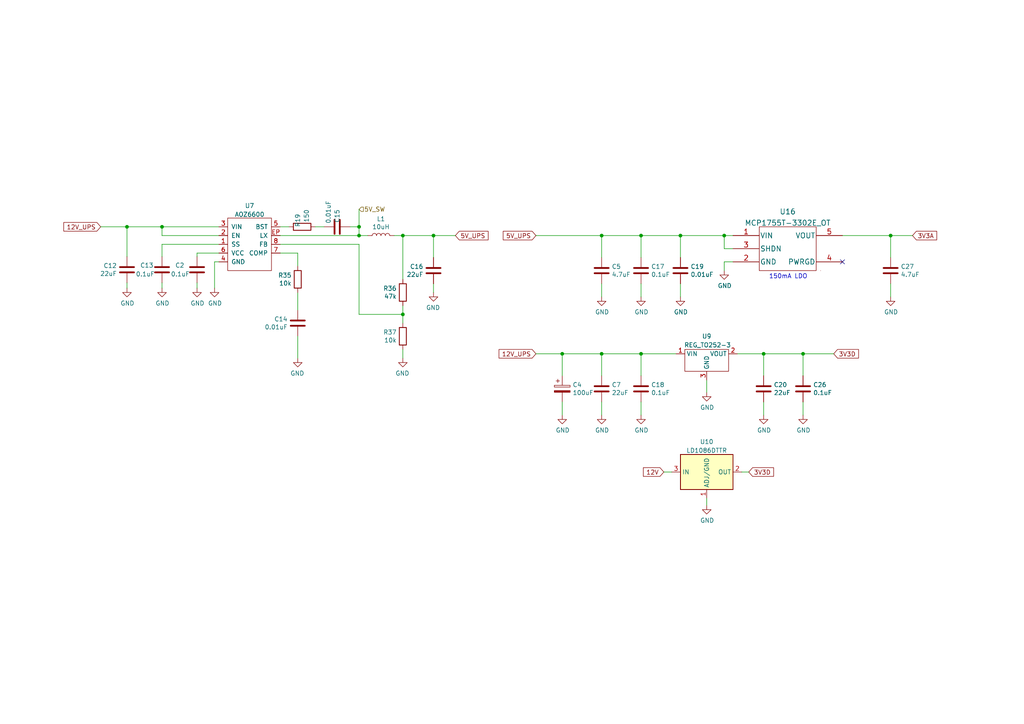
<source format=kicad_sch>
(kicad_sch (version 20211123) (generator eeschema)
  (paper "A4")
  (lib_symbols
    (symbol "Device:C" (pin_numbers hide) (pin_names (offset 0.254))
      (property "Reference" "C" (at 0.635 2.54 0))
      (property "Value" "C" (at 0.635 -2.54 0))
      (symbol "C_0_1"
        (polyline (pts (xy -2.032 -0.762) (xy 2.032 -0.762)) (stroke (width 0.508)))
        (polyline (pts (xy -2.032 0.762) (xy 2.032 0.762)) (stroke (width 0.508)))
      )
      (symbol "C_1_1"
        (pin passive line (at 0 3.81 270) (length 2.794) (name "~") (number "1"))
        (pin passive line (at 0 -3.81 90) (length 2.794) (name "~") (number "2"))
      )
    )
    (symbol "Device:CP" (pin_numbers hide) (pin_names (offset 0.254))
      (property "Reference" "C" (at 0.635 2.54 0))
      (property "Value" "Device_CP" (at 0.635 -2.54 0))
      (symbol "CP_0_1"
        (rectangle (start -2.286 0.508) (end 2.286 1.016))
        (polyline (pts (xy -1.778 2.286) (xy -0.762 2.286)))
        (polyline (pts (xy -1.27 2.794) (xy -1.27 1.778)))
        (rectangle (start 2.286 -0.508) (end -2.286 -1.016) (fill (type outline)))
      )
      (symbol "CP_1_1"
        (pin passive line (at 0 3.81 270) (length 2.794) (name "~") (number "1"))
        (pin passive line (at 0 -3.81 90) (length 2.794) (name "~") (number "2"))
      )
    )
    (symbol "Device:L" (pin_numbers hide) (pin_names (offset 1.016) hide)
      (property "Reference" "L" (at -1.27 0 90))
      (property "Value" "L" (at 1.905 0 90))
      (symbol "L_0_1"
        (arc (start 0 -2.54) (mid 0.635 -1.905) (end 0 -1.27))
        (arc (start 0 -1.27) (mid 0.635 -0.635) (end 0 0))
        (arc (start 0 0) (mid 0.635 0.635) (end 0 1.27))
        (arc (start 0 1.27) (mid 0.635 1.905) (end 0 2.54))
      )
      (symbol "L_1_1"
        (pin passive line (at 0 3.81 270) (length 1.27) (name "1") (number "1"))
        (pin passive line (at 0 -3.81 90) (length 1.27) (name "2") (number "2"))
      )
    )
    (symbol "Device:R" (pin_numbers hide) (pin_names (offset 0))
      (property "Reference" "R" (at 2.032 0 90))
      (property "Value" "R" (at 0 0 90))
      (symbol "R_0_1"
        (rectangle (start -1.016 -2.54) (end 1.016 2.54) (stroke (width 0.254)))
      )
      (symbol "R_1_1"
        (pin passive line (at 0 3.81 270) (length 1.27) (name "~") (number "1"))
        (pin passive line (at 0 -3.81 90) (length 1.27) (name "~") (number "2"))
      )
    )
    (symbol "Ninja-qPCR:AOZ6600" (pin_names (offset 1.016))
      (property "Reference" "U" (at 6.35 6.35 0))
      (property "Value" "AOZ6600" (at 6.35 3.81 0))
      (symbol "AOZ6600_0_1"
        (polyline (pts (xy 0 2.54) (xy 0 -12.7) (xy 12.7 -12.7) (xy 12.7 2.54) (xy 0 2.54)))
      )
      (symbol "AOZ6600_1_1"
        (pin output line (at -2.54 -5.08 0) (length 2.54) (name "SS") (number "1"))
        (pin input line (at -2.54 -2.54 0) (length 2.54) (name "EN") (number "2"))
        (pin power_in line (at -2.54 0 0) (length 2.54) (name "VIN") (number "3"))
        (pin power_in line (at -2.54 -10.16 0) (length 2.54) (name "GND") (number "4"))
        (pin input line (at 15.24 0 180) (length 2.54) (name "BST") (number "5"))
        (pin power_in line (at -2.54 -7.62 0) (length 2.54) (name "VCC") (number "6"))
        (pin unspecified line (at 15.24 -7.62 180) (length 2.54) (name "COMP") (number "7"))
        (pin input line (at 15.24 -5.08 180) (length 2.54) (name "FB") (number "8"))
        (pin output line (at 15.24 -2.54 180) (length 2.54) (name "LX") (number "EP"))
      )
    )
    (symbol "Ninja-qPCR:MCP1755T-3302E_OT" (pin_names (offset 0.254))
      (property "Reference" "U" (at 16.51 8.89 0))
      (property "Value" "MCP1755T-3302E_OT" (at 16.51 6.35 0))
      (symbol "MCP1755T-3302E_OT_1_1"
        (rectangle (start 7.62 2.54) (end 24.13 -10.16))
        (pin power_in line (at 0 0 0) (length 7.62) (name "VIN") (number "1"))
        (pin power_in line (at 0 -7.62 0) (length 7.62) (name "GND") (number "2"))
        (pin input line (at 0 -3.81 0) (length 7.62) (name "SHDN") (number "3"))
        (pin output line (at 31.75 -7.62 180) (length 7.62) (name "PWRGD") (number "4"))
        (pin output line (at 31.75 0 180) (length 7.62) (name "VOUT") (number "5"))
      )
    )
    (symbol "Ninja-qPCR:REG_TO252-3"
      (property "Reference" "U" (at 0 1.27 0))
      (property "Value" "REG_TO252-3" (at 7.62 -7.62 0))
      (symbol "REG_TO252-3_0_1"
        (rectangle (start -6.35 0) (end 6.35 -6.35) (stroke (width 0.1524)))
        (rectangle (start 33.02 22.86) (end 33.02 22.86) (stroke (width 0.1524)))
      )
      (symbol "REG_TO252-3_1_1"
        (pin input line (at -8.89 -1.27 0) (length 2.54) (name "VIN") (number "1"))
        (pin input line (at 8.89 -1.27 180) (length 2.54) (name "VOUT") (number "2"))
        (pin input line (at 0 -8.89 90) (length 2.54) (name "GND") (number "3"))
      )
    )
    (symbol "Regulator_Linear:LD1086DTTR"
      (property "Reference" "U" (at 0 10.16 0))
      (property "Value" "LD1086DTTR" (at 0 7.62 0))
      (symbol "LD1086DTTR_1_1"
        (rectangle (start -7.62 -5.08) (end 7.62 5.08) (stroke (width 0.254)) (fill (type background)))
        (pin input line (at 0 -7.62 90) (length 2.54) (name "ADJ/GND") (number "1"))
        (pin power_out line (at 10.16 0 180) (length 2.54) (name "OUT") (number "2"))
        (pin power_in line (at -10.16 0 0) (length 2.54) (name "IN") (number "3"))
      )
    )
    (symbol "power:GND" (power) (pin_names (offset 0))
      (property "Value" "GND" (at 0 -3.81 0))
      (symbol "GND_0_1"
        (polyline (pts (xy 0 0) (xy 0 -1.27) (xy 1.27 -1.27) (xy 0 -2.54) (xy -1.27 -1.27) (xy 0 -1.27)))
      )
      (symbol "GND_1_1"
        (pin power_in line (at 0 0 270) (length 0) hide (name "GND") (number "1"))
      )
    )
  )
  (junction (at 174.498 102.616))
  (junction (at 221.488 102.616))
  (junction (at 174.498 68.326))
  (junction (at 210.058 68.326))
  (junction (at 46.99 65.786))
  (junction (at 185.928 68.326))
  (junction (at 104.14 68.326))
  (junction (at 232.918 102.616))
  (junction (at 258.318 68.326))
  (junction (at 185.928 102.616))
  (junction (at 163.068 102.616))
  (junction (at 116.84 68.326))
  (junction (at 125.73 68.326))
  (junction (at 197.358 68.326))
  (junction (at 36.83 65.786))
  (junction (at 116.84 91.186))
  (junction (at 104.14 65.786))
  (no_connect (at 244.348 75.946))
  (wire (pts (xy 221.488 116.586) (xy 221.488 120.396)))
  (wire (pts (xy 185.928 82.296) (xy 185.928 86.106)))
  (wire (pts (xy 116.84 68.326) (xy 114.3 68.326)))
  (wire (pts (xy 163.068 102.616) (xy 155.448 102.616)))
  (wire (pts (xy 185.928 68.326) (xy 185.928 74.676)))
  (wire (pts (xy 244.348 68.326) (xy 258.318 68.326)))
  (wire (pts (xy 185.928 68.326) (xy 197.358 68.326)))
  (wire (pts (xy 104.14 91.186) (xy 104.14 70.866)))
  (wire (pts (xy 264.668 68.326) (xy 258.318 68.326)))
  (wire (pts (xy 210.058 75.946) (xy 210.058 78.486)))
  (wire (pts (xy 174.498 68.326) (xy 174.498 74.676)))
  (wire (pts (xy 232.918 102.616) (xy 232.918 108.966)))
  (wire (pts (xy 116.84 103.886) (xy 116.84 101.346)))
  (wire (pts (xy 104.14 65.786) (xy 104.14 68.326)))
  (wire (pts (xy 174.498 68.326) (xy 185.928 68.326)))
  (wire (pts (xy 86.36 97.536) (xy 86.36 103.886)))
  (wire (pts (xy 46.99 70.866) (xy 46.99 74.422)))
  (wire (pts (xy 174.498 82.296) (xy 174.498 86.106)))
  (wire (pts (xy 232.918 102.616) (xy 241.808 102.616)))
  (wire (pts (xy 215.138 136.906) (xy 217.17 136.906)))
  (wire (pts (xy 86.36 73.406) (xy 86.36 77.216)))
  (wire (pts (xy 232.918 102.616) (xy 221.488 102.616)))
  (wire (pts (xy 116.84 93.726) (xy 116.84 91.186)))
  (wire (pts (xy 213.868 102.616) (xy 221.488 102.616)))
  (wire (pts (xy 83.82 65.786) (xy 81.28 65.786)))
  (wire (pts (xy 125.73 68.326) (xy 125.73 74.676)))
  (wire (pts (xy 125.73 68.326) (xy 132.08 68.326)))
  (wire (pts (xy 91.44 65.786) (xy 93.98 65.786)))
  (wire (pts (xy 125.73 84.836) (xy 125.73 82.296)))
  (wire (pts (xy 258.318 68.326) (xy 258.318 74.676)))
  (wire (pts (xy 185.928 116.586) (xy 185.928 120.396)))
  (wire (pts (xy 36.83 65.786) (xy 29.21 65.786)))
  (wire (pts (xy 36.83 65.786) (xy 46.99 65.786)))
  (wire (pts (xy 204.978 110.236) (xy 204.978 113.792)))
  (wire (pts (xy 63.5 73.406) (xy 57.15 73.406)))
  (wire (pts (xy 81.28 70.866) (xy 104.14 70.866)))
  (wire (pts (xy 81.28 68.326) (xy 104.14 68.326)))
  (wire (pts (xy 174.498 116.586) (xy 174.498 120.396)))
  (wire (pts (xy 163.068 116.586) (xy 163.068 120.396)))
  (wire (pts (xy 163.068 102.616) (xy 163.068 108.966)))
  (wire (pts (xy 185.928 102.616) (xy 185.928 108.966)))
  (wire (pts (xy 36.83 83.566) (xy 36.83 82.042)))
  (wire (pts (xy 174.498 102.616) (xy 174.498 108.966)))
  (wire (pts (xy 104.14 68.326) (xy 106.68 68.326)))
  (wire (pts (xy 197.358 68.326) (xy 210.058 68.326)))
  (wire (pts (xy 116.84 68.326) (xy 125.73 68.326)))
  (wire (pts (xy 163.068 102.616) (xy 174.498 102.616)))
  (wire (pts (xy 62.23 75.946) (xy 62.23 83.566)))
  (wire (pts (xy 36.83 65.786) (xy 36.83 74.422)))
  (wire (pts (xy 210.058 68.326) (xy 210.058 72.136)))
  (wire (pts (xy 104.14 60.706) (xy 104.14 65.786)))
  (wire (pts (xy 57.15 73.406) (xy 57.15 74.422)))
  (wire (pts (xy 221.488 102.616) (xy 221.488 108.966)))
  (wire (pts (xy 46.99 65.786) (xy 63.5 65.786)))
  (wire (pts (xy 81.28 73.406) (xy 86.36 73.406)))
  (wire (pts (xy 46.99 65.786) (xy 46.99 68.326)))
  (wire (pts (xy 63.5 75.946) (xy 62.23 75.946)))
  (wire (pts (xy 57.15 82.042) (xy 57.15 83.566)))
  (wire (pts (xy 174.498 102.616) (xy 185.928 102.616)))
  (wire (pts (xy 46.99 83.566) (xy 46.99 82.042)))
  (wire (pts (xy 46.99 70.866) (xy 63.5 70.866)))
  (wire (pts (xy 46.99 68.326) (xy 63.5 68.326)))
  (wire (pts (xy 86.36 84.836) (xy 86.36 89.916)))
  (wire (pts (xy 101.6 65.786) (xy 104.14 65.786)))
  (wire (pts (xy 212.598 72.136) (xy 210.058 72.136)))
  (wire (pts (xy 116.84 68.326) (xy 116.84 81.026)))
  (wire (pts (xy 258.318 82.296) (xy 258.318 86.106)))
  (wire (pts (xy 196.088 102.616) (xy 185.928 102.616)))
  (wire (pts (xy 116.84 91.186) (xy 116.84 88.646)))
  (wire (pts (xy 212.598 75.946) (xy 210.058 75.946)))
  (wire (pts (xy 232.918 116.586) (xy 232.918 120.396)))
  (wire (pts (xy 104.14 91.186) (xy 116.84 91.186)))
  (wire (pts (xy 197.358 82.296) (xy 197.358 86.106)))
  (wire (pts (xy 197.358 68.326) (xy 197.358 74.676)))
  (wire (pts (xy 192.532 136.906) (xy 194.818 136.906)))
  (wire (pts (xy 155.448 68.326) (xy 174.498 68.326)))
  (wire (pts (xy 204.978 144.526) (xy 204.978 146.558)))
  (wire (pts (xy 212.598 68.326) (xy 210.058 68.326)))
  (text "150mA LDO" (at 223.012 81.026 0) (effects (font (size 1.27 1.27)) (justify left bottom)))
  (global_label "5V_UPS" (shape input) (at 132.08 68.326 0) (property "Intersheet References" "${INTERSHEET_REFS}" (effects hide)))
  (global_label "3V3D" (shape input) (at 217.17 136.906 0) (property "Intersheet References" "${INTERSHEET_REFS}" (effects hide)))
  (global_label "12V_UPS" (shape input) (at 29.21 65.786 180) (property "Intersheet References" "${INTERSHEET_REFS}" (effects hide)))
  (global_label "12V" (shape input) (at 192.532 136.906 180) (property "Intersheet References" "${INTERSHEET_REFS}" (effects hide)))
  (global_label "3V3D" (shape input) (at 241.808 102.616 0) (property "Intersheet References" "${INTERSHEET_REFS}" (effects hide)))
  (global_label "5V_UPS" (shape input) (at 155.448 68.326 180) (property "Intersheet References" "${INTERSHEET_REFS}" (effects hide)))
  (global_label "3V3A" (shape input) (at 264.668 68.326 0) (property "Intersheet References" "${INTERSHEET_REFS}" (effects hide)))
  (global_label "12V_UPS" (shape input) (at 155.448 102.616 180) (property "Intersheet References" "${INTERSHEET_REFS}" (effects hide)))
  (hierarchical_label "5V_SW" (shape input) (at 104.14 60.706 0))
  (symbol (lib_id "Regulator_Linear:LD1086DTTR") (at 204.978 136.906 0) (unit 1)
    (property "Reference" "U10" (at 204.978 128.1262 0))
    (property "Value" "LD1086DTTR" (at 204.978 130.6631 0))
    (property "Footprint" "Package_TO_SOT_SMD:SOT-223" (effects hide))
    (property "Datasheet" "https://www.st.com/resource/en/datasheet/ld1086.pdf" (effects hide))
  )
  (symbol (lib_id "power:GND") (at 185.928 120.396 0) (unit 1)
    (property "Reference" "#PWR0127" (effects hide))
    (property "Value" "GND" (at 186.055 124.7902 0))
  )
  (symbol (lib_id "Ninja-qPCR:AOZ6600") (at 66.04 65.786 0) (unit 1)
    (property "Reference" "U7" (at 72.39 59.6732 0))
    (property "Value" "AOZ6600" (at 72.39 62.2101 0))
    (property "Footprint" "Ninja-qPCR:AOZ6605PI-1" (effects hide))
  )
  (symbol (lib_id "Device:C") (at 197.358 78.486 0) (unit 1)
    (property "Reference" "C19" (at 200.279 77.3176 0) (effects (justify left)))
    (property "Value" "0.01uF" (at 200.279 79.629 0) (effects (justify left)))
    (property "Footprint" "Capacitor_SMD:C_0603_1608Metric" (effects hide))
  )
  (symbol (lib_id "power:GND") (at 163.068 120.396 0) (unit 1)
    (property "Reference" "#PWR0129" (effects hide))
    (property "Value" "GND" (at 163.195 124.7902 0))
  )
  (symbol (lib_id "power:GND") (at 258.318 86.106 0) (unit 1)
    (property "Reference" "#PWR0122" (effects hide))
    (property "Value" "GND" (at 258.445 90.5002 0))
  )
  (symbol (lib_id "power:GND") (at 197.358 86.106 0) (unit 1)
    (property "Reference" "#PWR0126" (effects hide))
    (property "Value" "GND" (at 197.485 90.5002 0))
  )
  (symbol (lib_id "Device:L") (at 110.49 68.326 270) (mirror x) (unit 1)
    (property "Reference" "L1" (at 110.49 63.5 90))
    (property "Value" "10uH" (at 110.49 65.8114 90))
    (property "Footprint" "Ninja-qPCR:VLS6045EX-3R3N" (effects hide))
  )
  (symbol (lib_id "Ninja-qPCR:MCP1755T-3302E_OT") (at 212.598 68.326 0) (unit 1)
    (property "Reference" "U16" (at 228.473 61.3821 0) (effects (font (size 1.524 1.524))))
    (property "Value" "MCP1755T-3302E_OT" (at 228.473 64.6611 0) (effects (font (size 1.524 1.524))))
    (property "Footprint" "Package_TO_SOT_SMD:SOT-23-5" (effects hide))
  )
  (symbol (lib_id "power:GND") (at 86.36 103.886 0) (mirror y) (unit 1)
    (property "Reference" "#PWR0108" (effects hide))
    (property "Value" "GND" (at 86.233 108.2802 0))
  )
  (symbol (lib_id "Device:C") (at 258.318 78.486 0) (unit 1)
    (property "Reference" "C27" (at 261.239 77.3176 0) (effects (justify left)))
    (property "Value" "4.7uF" (at 261.239 79.629 0) (effects (justify left)))
    (property "Footprint" "Capacitor_SMD:C_0805_2012Metric" (effects hide))
  )
  (symbol (lib_id "Device:R") (at 86.36 81.026 0) (mirror y) (unit 1)
    (property "Reference" "R35" (at 84.582 79.8576 0) (effects (justify left)))
    (property "Value" "10k" (at 84.582 82.169 0) (effects (justify left)))
    (property "Footprint" "Resistor_SMD:R_0603_1608Metric" (effects hide))
  )
  (symbol (lib_id "Device:C") (at 57.15 78.232 180) (unit 1)
    (property "Reference" "C2" (at 50.8 76.962 0) (effects (justify right)))
    (property "Value" "0.1uF" (at 49.53 79.502 0) (effects (justify right)))
    (property "Footprint" "Capacitor_SMD:C_0603_1608Metric" (effects hide))
  )
  (symbol (lib_id "power:GND") (at 36.83 83.566 0) (unit 1)
    (property "Reference" "#PWR0104" (effects hide))
    (property "Value" "GND" (at 36.957 87.9602 0))
  )
  (symbol (lib_id "Device:C") (at 185.928 112.776 0) (unit 1)
    (property "Reference" "C18" (at 188.849 111.6076 0) (effects (justify left)))
    (property "Value" "0.1uF" (at 188.849 113.919 0) (effects (justify left)))
    (property "Footprint" "Capacitor_SMD:C_0603_1608Metric" (effects hide))
  )
  (symbol (lib_id "Device:C") (at 185.928 78.486 0) (unit 1)
    (property "Reference" "C17" (at 188.849 77.3176 0) (effects (justify left)))
    (property "Value" "0.1uF" (at 188.849 79.629 0) (effects (justify left)))
    (property "Footprint" "Capacitor_SMD:C_0603_1608Metric" (effects hide))
  )
  (symbol (lib_id "power:GND") (at 57.15 83.566 0) (unit 1)
    (property "Reference" "#PWR0125" (effects hide))
    (property "Value" "GND" (at 57.277 87.9602 0))
  )
  (symbol (lib_id "Device:C") (at 232.918 112.776 0) (unit 1)
    (property "Reference" "C26" (at 235.839 111.6076 0) (effects (justify left)))
    (property "Value" "0.1uF" (at 235.839 113.919 0) (effects (justify left)))
    (property "Footprint" "Capacitor_SMD:C_0603_1608Metric" (effects hide))
  )
  (symbol (lib_id "Device:C") (at 36.83 78.232 0) (mirror x) (unit 1)
    (property "Reference" "C12" (at 33.909 77.0636 0) (effects (justify right)))
    (property "Value" "22uF" (at 33.909 79.375 0) (effects (justify right)))
    (property "Footprint" "Capacitor_SMD:C_1210_3225Metric" (effects hide))
  )
  (symbol (lib_id "power:GND") (at 204.978 113.792 0) (unit 1)
    (property "Reference" "#PWR0121" (effects hide))
    (property "Value" "GND" (at 205.105 118.1862 0))
  )
  (symbol (lib_id "Device:C") (at 174.498 78.486 0) (unit 1)
    (property "Reference" "C5" (at 177.419 77.3176 0) (effects (justify left)))
    (property "Value" "4.7uF" (at 177.419 79.629 0) (effects (justify left)))
    (property "Footprint" "Capacitor_SMD:C_0805_2012Metric" (effects hide))
  )
  (symbol (lib_id "power:GND") (at 116.84 103.886 0) (mirror y) (unit 1)
    (property "Reference" "#PWR0107" (effects hide))
    (property "Value" "GND" (at 116.713 108.2802 0))
  )
  (symbol (lib_id "power:GND") (at 46.99 83.566 0) (unit 1)
    (property "Reference" "#PWR0105" (effects hide))
    (property "Value" "GND" (at 47.117 87.9602 0))
  )
  (symbol (lib_id "Device:R") (at 116.84 97.536 0) (mirror y) (unit 1)
    (property "Reference" "R37" (at 115.062 96.3676 0) (effects (justify left)))
    (property "Value" "10k" (at 115.062 98.679 0) (effects (justify left)))
    (property "Footprint" "Resistor_SMD:R_0603_1608Metric" (effects hide))
  )
  (symbol (lib_id "Device:C") (at 125.73 78.486 0) (mirror x) (unit 1)
    (property "Reference" "C16" (at 122.809 77.3176 0) (effects (justify right)))
    (property "Value" "22uF" (at 122.809 79.629 0) (effects (justify right)))
    (property "Footprint" "Capacitor_SMD:C_1210_3225Metric" (effects hide))
  )
  (symbol (lib_id "Device:R") (at 87.63 65.786 90) (mirror x) (unit 1)
    (property "Reference" "R19" (at 86.36 61.976 0) (effects (justify left)))
    (property "Value" "150" (at 88.9 60.706 0) (effects (justify left)))
    (property "Footprint" "Resistor_SMD:R_0603_1608Metric" (effects hide))
  )
  (symbol (lib_id "power:GND") (at 185.928 86.106 0) (unit 1)
    (property "Reference" "#PWR0123" (effects hide))
    (property "Value" "GND" (at 186.055 90.5002 0))
  )
  (symbol (lib_id "Ninja-qPCR:REG_TO252-3") (at 204.978 101.346 0) (unit 1)
    (property "Reference" "U9" (at 204.978 97.536 0))
    (property "Value" "REG_TO252-3" (at 205.232 100.076 0))
    (property "Footprint" "Ninja-qPCR:REG_TO252-3" (effects hide))
  )
  (symbol (lib_id "power:GND") (at 204.978 146.558 0) (unit 1)
    (property "Reference" "#PWR0128" (effects hide))
    (property "Value" "GND" (at 205.105 150.9522 0))
  )
  (symbol (lib_id "Device:C") (at 174.498 112.776 0) (unit 1)
    (property "Reference" "C7" (at 177.419 111.6076 0) (effects (justify left)))
    (property "Value" "22uF" (at 177.419 113.919 0) (effects (justify left)))
    (property "Footprint" "Capacitor_SMD:C_1210_3225Metric" (effects hide))
  )
  (symbol (lib_id "power:GND") (at 174.498 86.106 0) (unit 1)
    (property "Reference" "#PWR0124" (effects hide))
    (property "Value" "GND" (at 174.625 90.5002 0))
  )
  (symbol (lib_id "power:GND") (at 174.498 120.396 0) (unit 1)
    (property "Reference" "#PWR0130" (effects hide))
    (property "Value" "GND" (at 174.625 124.7902 0))
  )
  (symbol (lib_id "power:GND") (at 232.918 120.396 0) (unit 1)
    (property "Reference" "#PWR0119" (effects hide))
    (property "Value" "GND" (at 233.045 124.7902 0))
  )
  (symbol (lib_id "Device:C") (at 46.99 78.232 180) (unit 1)
    (property "Reference" "C13" (at 40.64 76.962 0) (effects (justify right)))
    (property "Value" "0.1uF" (at 39.37 79.502 0) (effects (justify right)))
    (property "Footprint" "Capacitor_SMD:C_0603_1608Metric" (effects hide))
  )
  (symbol (lib_id "Device:R") (at 116.84 84.836 0) (mirror y) (unit 1)
    (property "Reference" "R36" (at 115.062 83.6676 0) (effects (justify left)))
    (property "Value" "47k" (at 115.062 85.979 0) (effects (justify left)))
    (property "Footprint" "Resistor_SMD:R_0603_1608Metric" (effects hide))
  )
  (symbol (lib_id "Device:CP") (at 163.068 112.776 0) (unit 1)
    (property "Reference" "C4" (at 166.0652 111.6076 0) (effects (justify left)))
    (property "Value" "100uF" (at 166.0652 113.919 0) (effects (justify left)))
    (property "Footprint" "Ninja-qPCR:35TZV100M6.3X8" (effects hide))
  )
  (symbol (lib_id "power:GND") (at 125.73 84.836 0) (mirror y) (unit 1)
    (property "Reference" "#PWR0114" (effects hide))
    (property "Value" "GND" (at 125.603 89.2302 0))
  )
  (symbol (lib_id "Device:C") (at 97.79 65.786 90) (unit 1)
    (property "Reference" "C15" (at 97.79 60.706 0) (effects (justify right)))
    (property "Value" "0.01uF" (at 95.25 58.166 0) (effects (justify right)))
    (property "Footprint" "Capacitor_SMD:C_0603_1608Metric" (effects hide))
  )
  (symbol (lib_id "power:GND") (at 221.488 120.396 0) (unit 1)
    (property "Reference" "#PWR0120" (effects hide))
    (property "Value" "GND" (at 221.615 124.7902 0))
  )
  (symbol (lib_id "Device:C") (at 86.36 93.726 0) (mirror x) (unit 1)
    (property "Reference" "C14" (at 83.439 92.5576 0) (effects (justify right)))
    (property "Value" "0.01uF" (at 83.439 94.869 0) (effects (justify right)))
    (property "Footprint" "Capacitor_SMD:C_0603_1608Metric" (effects hide))
  )
  (symbol (lib_id "power:GND") (at 210.058 78.486 0) (unit 1)
    (property "Reference" "#PWR0118" (effects hide))
    (property "Value" "GND" (at 210.185 82.8802 0))
  )
  (symbol (lib_id "Device:C") (at 221.488 112.776 0) (unit 1)
    (property "Reference" "C20" (at 224.409 111.6076 0) (effects (justify left)))
    (property "Value" "22uF" (at 224.409 113.919 0) (effects (justify left)))
    (property "Footprint" "Capacitor_SMD:C_1210_3225Metric" (effects hide))
  )
  (symbol (lib_id "power:GND") (at 62.23 83.566 0) (unit 1)
    (property "Reference" "#PWR0106" (effects hide))
    (property "Value" "GND" (at 62.357 87.9602 0))
  )
)
</source>
